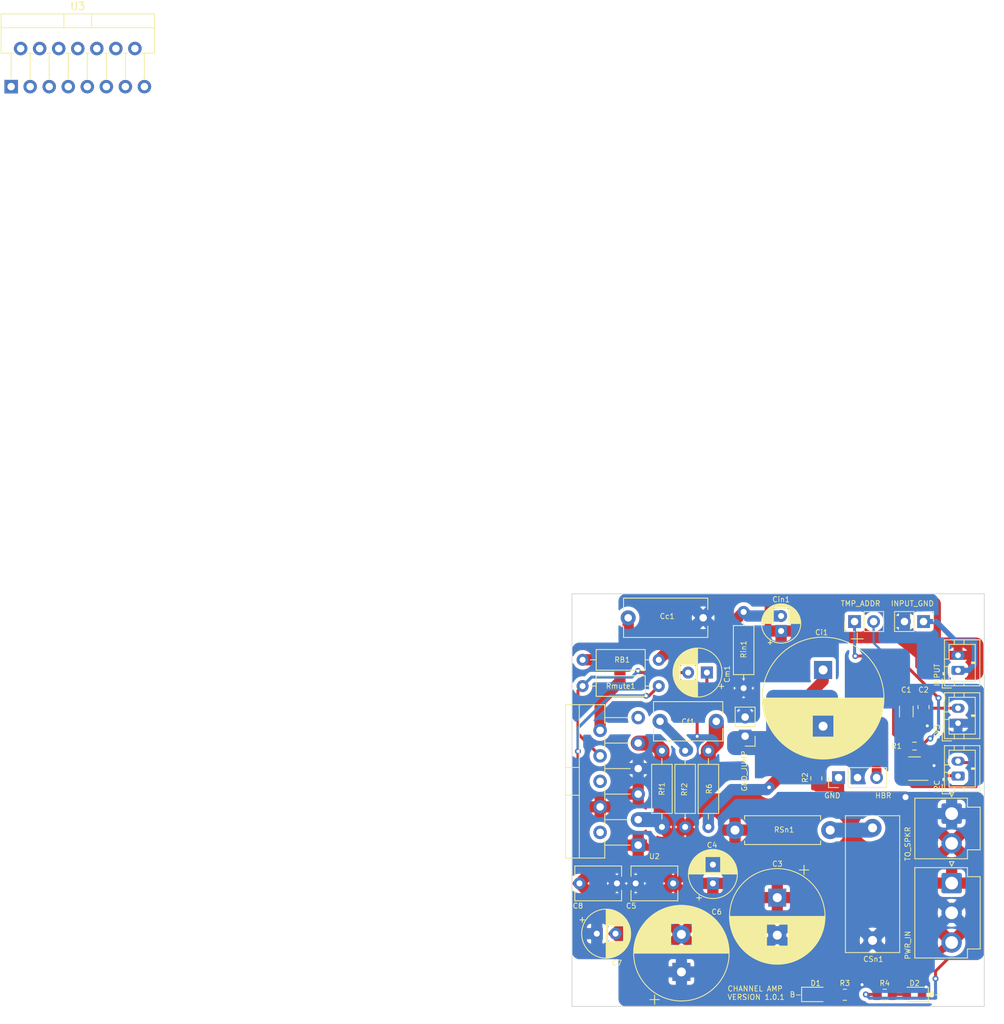
<source format=kicad_pcb>
(kicad_pcb (version 20221018) (generator pcbnew)
  (layers (0 "F.Cu" signal) (31 "B.Cu" signal) (34 "B.Paste" user) (35 "F.Paste" user) (36 "B.SilkS" user "B.Silkscreen") (37 "F.SilkS" user "F.Silkscreen") (38 "B.Mask" user) (39 "F.Mask" user) (44 "Edge.Cuts" user))
  (net 0 "")
  (net 1 "Net-(U2-+)")
  (net 2 "Net-(Cf1-Pad1)")
  (net 3 "CH1-IN")
  (net 4 "Net-(Ci1-Pad1)")
  (net 5 "VP")
  (net 6 "VM")
  (net 7 "CH1-OUT")
  (net 8 "INPUTGND")
  (net 9 "PGND")
  (net 10 "Net-(U2-MUTE)")
  (net 11 "Net-(CSn1-Pad2)")
  (net 12 "Net-(D1-A)")
  (net 13 "Net-(D2-A)")
  (net 14 "Net-(Cin1-Pad2)")
  (net 15 "DGND")
  (net 16 "3V3")
  (net 17 "ADD1")
  (net 18 "SIGGND")
  (net 19 "SCL")
  (net 20 "SDA")
  (net 21 "Net-(J5-Pin_3)")
  (net 25 "CH1GND")
  (net 26 "OPAMP_NEG")
  (footprint "Resistor_THT:R_Axial_DIN0207_L6.3mm_D2.5mm_P10.16mm_Horizontal" (layer "F.Cu") (at 94.5 98.37 -90)
    (fp_text reference "R6" (at 5.08 -0.1 90 unlocked) (layer "F.SilkS") (effects (font (size 0.7 0.7) (thickness 0.1))))
    (fp_text value "1.0K")
    (pad "1" thru_hole circle (at 0 0 270) (size 1.6 1.6) (drill 0.8) (layers "*.Cu" "*.Mask") (net 26 "OPAMP_NEG"))
    (pad "2" thru_hole oval (at 10.16 0 270) (size 1.6 1.6) (drill 0.8) (layers "*.Cu" "*.Mask") (net 4 "Net-(Ci1-Pad1)"))
  )
  (footprint "Capacitor_THT:CP_Radial_D6.3mm_P2.50mm" (layer "F.Cu") (at 79.612621 122.75)
    (fp_text reference "C7" (at 2.687379 3.9 unlocked) (layer "F.SilkS") (effects (font (size 0.7 0.7) (thickness 0.1))))
    (fp_text value "47U 50V")
    (pad "1" thru_hole rect (at 0 0) (size 1.6 1.6) (drill 0.8) (layers "*.Cu" "*.Mask") (net 9 "PGND"))
    (pad "2" thru_hole circle (at 2.5 0) (size 1.6 1.6) (drill 0.8) (layers "*.Cu" "*.Mask") (net 6 "VM"))
  )
  (footprint "Resistor_SMD:R_0805_2012Metric_Pad1.20x1.40mm_HandSolder" (layer "F.Cu") (at 108.9 102.05 -90)
    (fp_text reference "R2" (at -0.1 1.5 90 unlocked) (layer "F.SilkS") (effects (font (size 0.7 0.7) (thickness 0.1))))
    (fp_text value "100R")
    (pad "1" smd roundrect (at -1 0 270) (size 1.2 1.4) (layers "F.Cu" "F.Paste" "F.Mask") (roundrect_rratio 0.208333) (net 21 "Net-(J5-Pin_3)"))
    (pad "2" smd roundrect (at 1 0 270) (size 1.2 1.4) (layers "F.Cu" "F.Paste" "F.Mask") (roundrect_rratio 0.208333) (net 9 "PGND"))
  )
  (footprint "Capacitor_THT:C_Disc_D11.0mm_W5.0mm_P10.00mm" (layer "F.Cu") (at 83.8 80.65)
    (fp_text reference "Cc1" (at 5.2 -0.2 unlocked) (layer "F.SilkS") (effects (font (size 0.7 0.7) (thickness 0.1))))
    (fp_text value "680P")
    (pad "1" thru_hole circle (at 0 0) (size 2 2) (drill 1) (layers "*.Cu" "*.Mask") (net 1 "Net-(U2-+)"))
    (pad "2" thru_hole circle (at 10 0) (size 2 2) (drill 1) (layers "*.Cu" "*.Mask") (net 8 "INPUTGND"))
  )
  (footprint "Resistor_SMD:R_0805_2012Metric_Pad1.20x1.40mm_HandSolder" (layer "F.Cu") (at 118.025 130.895 180)
    (fp_text reference "R4" (at 0 1.545 unlocked) (layer "F.SilkS") (effects (font (size 0.7 0.7) (thickness 0.1))))
    (fp_text value "9.1K")
    (pad "1" smd roundrect (at -1 0 180) (size 1.2 1.4) (layers "F.Cu" "F.Paste" "F.Mask") (roundrect_rratio 0.208333) (net 13 "Net-(D2-A)"))
    (pad "2" smd roundrect (at 1 0 180) (size 1.2 1.4) (layers "F.Cu" "F.Paste" "F.Mask") (roundrect_rratio 0.208333) (net 5 "VP"))
  )
  (footprint "Capacitor_THT:CP_Radial_D6.3mm_P2.50mm" (layer "F.Cu") (at 95.1 116.05 90)
    (fp_text reference "C4" (at 5.1 -0.1 unlocked) (layer "F.SilkS") (effects (font (size 0.7 0.7) (thickness 0.1))))
    (fp_text value "47U 50V")
    (pad "1" thru_hole rect (at 0 0 90) (size 1.6 1.6) (drill 0.8) (layers "*.Cu" "*.Mask") (net 5 "VP"))
    (pad "2" thru_hole circle (at 2.5 0 90) (size 1.6 1.6) (drill 0.8) (layers "*.Cu" "*.Mask") (net 9 "PGND"))
  )
  (footprint "Capacitor_THT:CP_Radial_D16.0mm_P7.50mm" (layer "F.Cu") (at 109.8 87.6 -90)
    (fp_text reference "Ci1" (at -5 0.2 unlocked) (layer "F.SilkS") (effects (font (size 0.7 0.7) (thickness 0.1))))
    (fp_text value "1000U 35V")
    (pad "1" thru_hole rect (at 0 0 270) (size 2.4 2.4) (drill 1.2) (layers "*.Cu" "*.Mask") (net 4 "Net-(Ci1-Pad1)"))
    (pad "2" thru_hole circle (at 7.5 0 270) (size 2.4 2.4) (drill 1.2) (layers "*.Cu" "*.Mask") (net 18 "SIGGND"))
  )
  (footprint "MountingHole:MountingHole_3mm" (layer "F.Cu") (at 128.8 129.95)
    (fp_text reference "H2" hide)
    (fp_text value "MountingHole")
    (pad "" np_thru_hole circle (at 0 0) (size 3 3) (drill 3) (layers "*.Cu" "*.Mask"))
  )
  (footprint "Capacitor_THT:C_Disc_D6.0mm_W4.4mm_P5.00mm" (layer "F.Cu") (at 89.8 116.05 180)
    (fp_text reference "C5" (at 5.6 -3 unlocked) (layer "F.SilkS") (effects (font (size 0.7 0.7) (thickness 0.1))))
    (fp_text value "4.7U X7R 50V")
    (pad "1" thru_hole circle (at 0 0 180) (size 1.6 1.6) (drill 0.8) (layers "*.Cu" "*.Mask") (net 5 "VP"))
    (pad "2" thru_hole circle (at 5 0 180) (size 1.6 1.6) (drill 0.8) (layers "*.Cu" "*.Mask") (net 9 "PGND"))
  )
  (footprint "Package_TO_SOT_SMD:SOT-23-6" (layer "F.Cu") (at 122 100.75 180)
    (fp_text reference "U1" hide)
    (fp_text value "TMP100")
    (pad "1" smd roundrect (at -1.1375 -0.95 180) (size 1.325 0.6) (layers "F.Cu" "F.Paste" "F.Mask") (net 19 "SCL"))
    (pad "2" smd roundrect (at -1.1375 0 180) (size 1.325 0.6) (layers "F.Cu" "F.Paste" "F.Mask") (net 15 "DGND"))
    (pad "3" smd roundrect (at -1.1375 0.95 180) (size 1.325 0.6) (layers "F.Cu" "F.Paste" "F.Mask") (net 17 "ADD1"))
    (pad "4" smd roundrect (at 1.1375 0.95 180) (size 1.325 0.6) (layers "F.Cu" "F.Paste" "F.Mask") (net 16 "3V3"))
    (pad "5" smd roundrect (at 1.1375 0 180) (size 1.325 0.6) (layers "F.Cu" "F.Paste" "F.Mask") (net 16 "3V3"))
    (pad "6" smd roundrect (at 1.1375 -0.95 180) (size 1.325 0.6) (layers "F.Cu" "F.Paste" "F.Mask") (net 20 "SDA"))
  )
  (footprint "Connector_JST:JST_PH_B2B-PH-K_1x02_P2.00mm_Vertical" (layer "F.Cu") (at 127.8 87.65 90)
    (fp_text reference "J9" hide)
    (fp_text value "Conn_01x02_Male")
    (pad "1" thru_hole roundrect (at 0 0 90) (size 1.2 1.75) (drill 0.75) (layers "*.Cu" "*.Mask") (roundrect_rratio 0.208333) (net 25 "CH1GND"))
    (pad "2" thru_hole oval (at 2 0 90) (size 1.2 1.75) (drill 0.75) (layers "*.Cu" "*.Mask") (net 3 "CH1-IN"))
  )
  (footprint "Resistor_THT:R_Axial_DIN0207_L6.3mm_D2.5mm_P10.16mm_Horizontal" (layer "F.Cu") (at 87.88 86.25 180)
    (fp_text reference "RB1" (at 4.88 0 unlocked) (layer "F.SilkS") (effects (font (size 0.7 0.7) (thickness 0.1))))
    (fp_text value "1.2K")
    (pad "1" thru_hole circle (at 0 0 180) (size 1.6 1.6) (drill 0.8) (layers "*.Cu" "*.Mask") (net 14 "Net-(Cin1-Pad2)"))
    (pad "2" thru_hole oval (at 10.16 0 180) (size 1.6 1.6) (drill 0.8) (layers "*.Cu" "*.Mask") (net 1 "Net-(U2-+)"))
  )
  (footprint "Connector_JST:JST_VH_B3P-VH-B_1x03_P3.96mm_Vertical" (layer "F.Cu") (at 126.95 116.0125 -90)
    (fp_text reference "J8" hide)
    (fp_text value "Conn_01x03_Male")
    (pad "1" thru_hole roundrect (at 0 0 270) (size 2.7 2.7) (drill 1.7) (layers "*.Cu" "*.Mask") (roundrect_rratio 0.092593) (net 5 "VP"))
    (pad "2" thru_hole circle (at 3.96 0 270) (size 2.7 2.7) (drill 1.7) (layers "*.Cu" "*.Mask") (net 9 "PGND"))
    (pad "3" thru_hole circle (at 7.92 0 270) (size 2.7 2.7) (drill 1.7) (layers "*.Cu" "*.Mask") (net 6 "VM"))
  )
  (footprint "Connector_JST:JST_PH_B2B-PH-K_1x02_P2.00mm_Vertical" (layer "F.Cu") (at 127.8 101.75 90)
    (fp_text reference "J4" hide)
    (fp_text value "Conn_01x02_Male")
    (pad "1" thru_hole roundrect (at 0 0 90) (size 1.2 1.75) (drill 0.75) (layers "*.Cu" "*.Mask") (roundrect_rratio 0.208333) (net 19 "SCL"))
    (pad "2" thru_hole oval (at 2 0 90) (size 1.2 1.75) (drill 0.75) (layers "*.Cu" "*.Mask") (net 20 "SDA"))
  )
  (footprint "Resistor_THT:R_Axial_DIN0411_L9.9mm_D3.6mm_P12.70mm_Horizontal" (layer "F.Cu") (at 110.75 108.95 180)
    (fp_text reference "RSn1" (at 6.15 0.05 unlocked) (layer "F.SilkS") (effects (font (size 0.7 0.7) (thickness 0.1))))
    (fp_text value "4R7")
    (pad "1" thru_hole circle (at 0 0 180) (size 2.4 2.4) (drill 1.2) (layers "*.Cu" "*.Mask") (net 11 "Net-(CSn1-Pad2)"))
    (pad "2" thru_hole oval (at 12.7 0 180) (size 2.4 2.4) (drill 1.2) (layers "*.Cu" "*.Mask") (net 7 "CH1-OUT"))
  )
  (footprint "Connector_PinHeader_2.54mm:PinHeader_1x02_P2.54mm_Vertical" (layer "F.Cu") (at 123.2 81.15 -90)
    (fp_text reference "J3" hide)
    (fp_text value "Conn_01x02_Male")
    (pad "1" thru_hole rect (at 0 0 270) (size 1.7 1.7) (drill 1) (layers "*.Cu" "*.Mask") (net 25 "CH1GND"))
    (pad "2" thru_hole oval (at 0 2.54 270) (size 1.7 1.7) (drill 1) (layers "*.Cu" "*.Mask") (net 8 "INPUTGND"))
  )
  (footprint "Capacitor_THT:C_Disc_D6.0mm_W4.4mm_P5.00mm" (layer "F.Cu") (at 82.3 116.05 180)
    (fp_text reference "C8" (at 5.2 -3 unlocked) (layer "F.SilkS") (effects (font (size 0.7 0.7) (thickness 0.1))))
    (fp_text value "4.7U X74 50V")
    (pad "1" thru_hole circle (at 0 0 180) (size 1.6 1.6) (drill 0.8) (layers "*.Cu" "*.Mask") (net 9 "PGND"))
    (pad "2" thru_hole circle (at 5 0 180) (size 1.6 1.6) (drill 0.8) (layers "*.Cu" "*.Mask") (net 6 "VM"))
  )
  (footprint "Resistor_SMD:R_1206_3216Metric_Pad1.30x1.75mm_HandSolder" (layer "F.Cu") (at 120.9 93.15 90)
    (fp_text reference "C1" (at 2.9 0 unlocked) (layer "F.SilkS") (effects (font (size 0.7 0.7) (thickness 0.1))))
    (fp_text value "10U")
    (pad "1" smd roundrect (at -1.55 0 90) (size 1.3 1.75) (layers "F.Cu" "F.Paste" "F.Mask") (roundrect_rratio 0.192308) (net 15 "DGND"))
    (pad "2" smd roundrect (at 1.55 0 90) (size 1.3 1.75) (layers "F.Cu" "F.Paste" "F.Mask") (roundrect_rratio 0.192308) (net 16 "3V3"))
  )
  (footprint "MountingHole:MountingHole_3mm" (layer "F.Cu") (at 78.8 79.95)
    (fp_text reference "H3" hide)
    (fp_text value "MountingHole")
    (pad "" np_thru_hole circle (at 0 0) (size 3 3) (drill 3) (layers "*.Cu" "*.Mask"))
  )
  (footprint "Package_TO_SOT_THT:TO-220-11_P3.4x5.08mm_StaggerOdd_Lead4.85mm_Vertical" (layer "F.Cu") (at 85.135 110.95 90)
    (fp_text reference "U2" (at -1.5 2.165 unlocked) (layer "F.SilkS") (effects (font (size 0.7 0.7) (thickness 0.1))))
    (fp_text value "LM3886")
    (pad "1" thru_hole rect (at 0 0 90) (size 1.8 1.8) (drill 1) (layers "*.Cu" "*.Mask") (net 5 "VP"))
    (pad "2" thru_hole oval (at 1.7 -5.08 90) (size 1.8 1.8) (drill 1) (layers "*.Cu" "*.Mask"))
    (pad "3" thru_hole oval (at 3.4 0 90) (size 1.8 1.8) (drill 1) (layers "*.Cu" "*.Mask") (net 7 "CH1-OUT"))
    (pad "4" thru_hole oval (at 5.1 -5.08 90) (size 1.8 1.8) (drill 1) (layers "*.Cu" "*.Mask") (net 6 "VM"))
    (pad "5" thru_hole oval (at 6.8 0 90) (size 1.8 1.8) (drill 1) (layers "*.Cu" "*.Mask") (net 5 "VP"))
    (pad "6" thru_hole oval (at 8.5 -5.08 90) (size 1.8 1.8) (drill 1) (layers "*.Cu" "*.Mask"))
    (pad "7" thru_hole oval (at 10.2 0 90) (size 1.8 1.8) (drill 1) (layers "*.Cu" "*.Mask") (net 9 "PGND"))
    (pad "8" thru_hole oval (at 11.9 -5.08 90) (size 1.8 1.8) (drill 1) (layers "*.Cu" "*.Mask") (net 10 "Net-(U2-MUTE)"))
    (pad "9" thru_hole oval (at 13.6 0 90) (size 1.8 1.8) (drill 1) (layers "*.Cu" "*.Mask") (net 26 "OPAMP_NEG"))
    (pad "10" thru_hole oval (at 15.3 -5.08 90) (size 1.8 1.8) (drill 1) (layers "*.Cu" "*.Mask") (net 1 "Net-(U2-+)"))
    (pad "11" thru_hole oval (at 17 0 90) (size 1.8 1.8) (drill 1) (layers "*.Cu" "*.Mask"))
  )
  (footprint "Capacitor_THT:CP_Radial_D5.0mm_P2.00mm" (layer "F.Cu") (at 104.2 82.410113 90)
    (fp_text reference "Cin1" (at 4.2 0 unlocked) (layer "F.SilkS") (effects (font (size 0.7 0.7) (thickness 0.1))))
    (fp_text value "10UF")
    (pad "1" thru_hole rect (at 0 0 90) (size 1.6 1.6) (drill 0.8) (layers "*.Cu" "*.Mask") (net 3 "CH1-IN"))
    (pad "2" thru_hole circle (at 2 0 90) (size 1.6 1.6) (drill 0.8) (layers "*.Cu" "*.Mask") (net 14 "Net-(Cin1-Pad2)"))
  )
  (footprint "Connector_PinHeader_2.54mm:PinHeader_1x03_P2.54mm_Vertical" (layer "F.Cu") (at 111.86 101.95 90)
    (fp_text reference "J5" hide)
    (fp_text value "Conn_01x03_Male")
    (pad "1" thru_hole rect (at 0 0 90) (size 1.7 1.7) (drill 1) (layers "*.Cu" "*.Mask") (net 9 "PGND"))
    (pad "2" thru_hole oval (at 0 2.54 90) (size 1.7 1.7) (drill 1) (layers "*.Cu" "*.Mask") (net 18 "SIGGND"))
    (pad "3" thru_hole oval (at 0 5.08 90) (size 1.7 1.7) (drill 1) (layers "*.Cu" "*.Mask") (net 21 "Net-(J5-Pin_3)"))
  )
  (footprint "Capacitor_THT:C_Rect_L18.0mm_W7.0mm_P15.00mm_FKS3_FKP3" (layer "F.Cu") (at 116.4 123.65 90)
    (fp_text reference "CSn1" (at -2.5 0.1 unlocked) (layer "F.SilkS") (effects (font (size 0.7 0.7) (thickness 0.1))))
    (fp_text value " 220N PP 100V")
    (pad "1" thru_hole circle (at 0 0 90) (size 2.4 2.4) (drill 1.2) (layers "*.Cu" "*.Mask") (net 9 "PGND"))
    (pad "2" thru_hole circle (at 15 0 90) (size 2.4 2.4) (drill 1.2) (layers "*.Cu" "*.Mask") (net 11 "Net-(CSn1-Pad2)"))
  )
  (footprint "Resistor_SMD:R_0805_2012Metric_Pad1.20x1.40mm_HandSolder" (layer "F.Cu") (at 112.7 130.895)
    (fp_text reference "R3" (at 0 -1.545 unlocked) (layer "F.SilkS") (effects (font (size 0.7 0.7) (thickness 0.1))))
    (fp_text value "9.1K")
    (pad "1" smd roundrect (at -1 0) (size 1.2 1.4) (layers "F.Cu" "F.Paste" "F.Mask") (roundrect_rratio 0.208333) (net 12 "Net-(D1-A)"))
    (pad "2" smd roundrect (at 1 0) (size 1.2 1.4) (layers "F.Cu" "F.Paste" "F.Mask") (roundrect_rratio 0.208333) (net 9 "PGND"))
  )
  (footprint "Resistor_SMD:R_0603_1608Metric_Pad0.98x0.95mm_HandSolder" (layer "F.Cu") (at 122 97.75)
    (fp_text reference "R1" (at -2.4 0 unlocked) (layer "F.SilkS") (effects (font (size 0.7 0.7) (thickness 0.1))))
    (fp_text value "4.7K")
    (pad "1" smd roundrect (at -0.9125 0) (size 0.975 0.95) (layers "F.Cu" "F.Paste" "F.Mask") (net 16 "3V3"))
    (pad "2" smd roundrect (at 0.9125 0) (size 0.975 0.95) (layers "F.Cu" "F.Paste" "F.Mask") (net 17 "ADD1"))
  )
  (footprint "Connector_JST:JST_PH_B2B-PH-K_1x02_P2.00mm_Vertical" (layer "F.Cu") (at 127.8 94.7 90)
    (fp_text reference "J1" hide)
    (fp_text value "Conn_01x02_Male")
    (pad "1" thru_hole roundrect (at 0 0 90) (size 1.2 1.75) (drill 0.75) (layers "*.Cu" "*.Mask") (roundrect_rratio 0.208333) (net 15 "DGND"))
    (pad "2" thru_hole oval (at 2 0 90) (size 1.2 1.75) (drill 0.75) (layers "*.Cu" "*.Mask") (net 16 "3V3"))
  )
  (footprint "MountingHole:MountingHole_3mm" (layer "F.Cu") (at 128.8 79.95)
    (fp_text reference "H1" hide)
    (fp_text value "MountingHole")
    (pad "" np_thru_hole circle (at 0 0) (size 3 3) (drill 3) (layers "*.Cu" "*.Mask"))
  )
  (footprint "Resistor_THT:R_Axial_DIN0207_L6.3mm_D2.5mm_P10.16mm_Horizontal" (layer "F.Cu") (at 77.72 89.75)
    (fp_text reference "Rmute1" (at 5.08 0 unlocked) (layer "F.SilkS") (effects (font (size 0.7 0.7) (thickness 0.1))))
    (fp_text value "38.6K")
    (pad "1" thru_hole circle (at 0 0) (size 1.6 1.6) (drill 0.8) (layers "*.Cu" "*.Mask") (net 10 "Net-(U2-MUTE)"))
    (pad "2" thru_hole oval (at 10.16 0) (size 1.6 1.6) (drill 0.8) (layers "*.Cu" "*.Mask") (net 6 "VM"))
  )
  (footprint "Connector_JST:JST_VH_B2P-VH_1x02_P3.96mm_Vertical" (layer "F.Cu") (at 126.95 106.75 -90)
    (fp_text reference "J6" hide)
    (fp_text value "Conn_01x02_Male")
    (pad "1" thru_hole roundrect (at 0 0 270) (size 2.7 2.7) (drill 1.7) (layers "*.Cu" "*.Mask") (roundrect_rratio 0.092593) (net 9 "PGND"))
    (pad "2" thru_hole circle (at 3.96 0 270) (size 2.7 2.7) (drill 1.7) (layers "*.Cu" "*.Mask") (net 7 "CH1-OUT"))
  )
  (footprint "LED_SMD:LED_0805_2012Metric_Pad1.15x1.40mm_HandSolder" (layer "F.Cu") (at 121.98 130.85 180)
    (fp_text reference "D2" (at -0.02 1.5 unlocked) (layer "F.SilkS") (effects (font (size 0.7 0.7) (thickness 0.1))))
    (fp_text value "BLUE")
    (pad "1" smd roundrect (at -1.025 0 180) (size 1.15 1.4) (layers "F.Cu" "F.Paste" "F.Mask") (roundrect_rratio 0.217391) (net 9 "PGND"))
    (pad "2" smd roundrect (at 1.025 0 180) (size 1.15 1.4) (layers "F.Cu" "F.Paste" "F.Mask") (roundrect_rratio 0.217391) (net 13 "Net-(D2-A)"))
  )
  (footprint "Connector_PinHeader_2.54mm:PinHeader_1x02_P2.54mm_Vertical" (layer "F.Cu") (at 114 81.15 90)
    (fp_text reference "J2" hide)
    (fp_text value "Conn_01x02_Male")
    (pad "1" thru_hole rect (at 0 0 90) (size 1.7 1.7) (drill 1) (layers "*.Cu" "*.Mask") (net 17 "ADD1"))
    (pad "2" thru_hole oval (at 0 2.54 90) (size 1.7 1.7) (drill 1) (layers "*.Cu" "*.Mask") (net 15 "DGND"))
  )
  (footprint "Resistor_THT:R_Axial_DIN0207_L6.3mm_D2.5mm_P10.16mm_Horizontal" (layer "F.Cu") (at 99.2 90.03 90)
    (fp_text reference "Rin1" (at 5.18 0 90 unlocked) (layer "F.SilkS") (effects (font (size 0.7 0.7) (thickness 0.1))))
    (fp_text value "20K")
    (pad "1" thru_hole circle (at 0 0 90) (size 1.6 1.6) (drill 0.8) (layers "*.Cu" "*.Mask") (net 8 "INPUTGND"))
    (pad "2" thru_hole oval (at 10.16 0 90) (size 1.6 1.6) (drill 0.8) (layers "*.Cu" "*.Mask") (net 14 "Net-(Cin1-Pad2)"))
  )
  (footprint "Capacitor_THT:CP_Radial_D6.3mm_P2.50mm" (layer "F.Cu") (at 94.3 87.95 180)
    (fp_text reference "Cm1" (at -2.7 -0.2 90 unlocked) (layer "F.SilkS") (effects (font (size 0.7 0.7) (thickness 0.1))))
    (fp_text value "47U 50V")
    (pad "1" thru_hole rect (at 0 0 180) (size 1.6 1.6) (drill 0.8) (layers "*.Cu" "*.Mask") (net 9 "PGND"))
    (pad "2" thru_hole circle (at 2.5 0 180) (size 1.6 1.6) (drill 0.8) (layers "*.Cu" "*.Mask") (net 10 "Net-(U2-MUTE)"))
  )
  (footprint "Resistor_SMD:R_0805_2012Metric_Pad1.20x1.40mm_HandSolder" (layer "F.Cu") (at 123.2 92.55 90)
    (fp_text reference "C2" (at 2.3 0 unlocked) (layer "F.SilkS") (effects (font (size 0.7 0.7) (thickness 0.1))))
    (fp_text value "100N")
    (pad "1" smd roundrect (at -1 0 90) (size 1.2 1.4) (layers "F.Cu" "F.Paste" "F.Mask") (roundrect_rratio 0.208333) (net 15 "DGND"))
    (pad "2" smd roundrect (at 1 0 90) (size 1.2 1.4) (layers "F.Cu" "F.Paste" "F.Mask") (roundrect_rratio 0.208333) (net 16 "3V3"))
  )
  (footprint "Capacitor_THT:C_Disc_D9.0mm_W5.0mm_P7.50mm" (layer "F.Cu") (at 88.05 94.45)
    (fp_text reference "Cf1" (at 3.75 0.05 unlocked) (layer "F.SilkS") (effects (font (size 0.7 0.7) (thickness 0.1))))
    (fp_text value "47P")
    (pad "1" thru_hole circle (at 0 0) (size 2 2) (drill 1) (layers "*.Cu" "*.Mask") (net 2 "Net-(Cf1-Pad1)"))
    (pad "2" thru_hole circle (at 7.5 0) (size 2 2) (drill 1) (layers "*.Cu" "*.Mask") (net 26 "OPAMP_NEG"))
  )
  (footprint "Capacitor_THT:CP_Radial_D12.5mm_P5.00mm" (layer "F.Cu") (at 103.6875 117.95 -90)
    (fp_text reference "C3" (at -4.5 -0.0175 unlocked) (layer "F.SilkS") (effects (font (size 0.7 0.7) (thickness 0.1))))
    (fp_text value "1000U 50V")
    (pad "1" thru_hole rect (at 0 0 270) (size 2.4 2.4) (drill 1.2) (layers "*.Cu" "*.Mask") (net 5 "VP"))
    (pad "2" thru_hole circle (at 5 0 270) (size 2.4 2.4) (drill 1.2) (layers "*.Cu" "*.Mask") (net 9 "PGND"))
  )
  (footprint "MountingHole:MountingHole_3mm" (layer "F.Cu") (at 78.8 129.95)
    (fp_text reference "H4" hide)
    (fp_text value "MountingHole")
    (pad "" np_thru_hole circle (at 0 0) (size 3 3) (drill 3) (layers "*.Cu" "*.Mask"))
  )
  (footprint "Resistor_THT:R_Axial_DIN0207_L6.3mm_D2.5mm_P10.16mm_Horizontal" (layer "F.Cu") (at 91.4 108.53 90)
    (fp_text reference "Rf2" (at 5 -0.1 90 unlocked) (layer "F.SilkS") (effects (font (size 0.7 0.7) (thickness 0.1))))
    (fp_text value "20K")
    (pad "1" thru_hole circle (at 0 0 90) (size 1.6 1.6) (drill 0.8) (layers "*.Cu" "*.Mask") (net 7 "CH1-OUT"))
    (pad "2" thru_hole oval (at 10.16 0 90) (size 1.6 1.6) (drill 0.8) (layers "*.Cu" "*.Mask") (net 2 "Net-(Cf1-Pad1)"))
  )
  (footprint "Package_TO_SOT_THT:TO-220-15_P2.54x2.54mm_StaggerOdd_Lead4.58mm_Vertical" (layer "F.Cu") (at 1.485 9.855)
    (fp_text reference "U3" (at 8.89 -10.7) (layer "F.SilkS"))
    (fp_text value "LM4766")
    (pad "1" thru_hole rect (at 0 0) (size 1.8 1.8) (drill 1) (layers "*.Cu" "*.Mask"))
    (pad "2" thru_hole oval (at 1.27 -5.08) (size 1.8 1.8) (drill 1) (layers "*.Cu" "*.Mask"))
    (pad "3" thru_hole oval (at 2.54 0) (size 1.8 1.8) (drill 1) (layers "*.Cu" "*.Mask"))
    (pad "4" thru_hole oval (at 3.81 -5.08) (size 1.8 1.8) (drill 1) (layers "*.Cu" "*.Mask"))
    (pad "5" thru_hole oval (at 5.08 0) (size 1.8 1.8) (drill 1) (layers "*.Cu" "*.Mask"))
    (pad "6" thru_hole oval (at 6.35 -5.08) (size 1.8 1.8) (drill 1) (layers "*.Cu" "*.Mask"))
    (pad "7" thru_hole oval (at 7.62 0) (size 1.8 1.8) (drill 1) (layers "*.Cu" "*.Mask"))
    (pad "8" thru_hole oval (at 8.89 -5.08) (size 1.8 1.8) (drill 1) (layers "*.Cu" "*.Mask"))
    (pad "9" thru_hole oval (at 10.16 0) (size 1.8 1.8) (drill 1) (layers "*.Cu" "*.Mask"))
    (pad "10" thru_hole oval (at 11.43 -5.08) (size 1.8 1.8) (drill 1) (layers "*.Cu" "*.Mask"))
    (pad "11" thru_hole oval (at 12.7 0) (size 1.8 1.8) (drill 1) (layers "*.Cu" "*.Mask"))
    (pad "12" thru_hole oval (at 13.97 -5.08) (size 1.8 1.8) (drill 1) (layers "*.Cu" "*.Mask"))
    (pad "13" thru_hole oval (at 15.24 0) (size 1.8 1.8) (drill 1) (layers "*.Cu" "*.Mask"))
    (pad "14" thru_hole oval (at 16.51 -5.08) (size 1.8 1.8) (drill 1) (layers "*.Cu" "*.Mask"))
    (pad "15" thru_hole oval (at 17.78 0) (size 1.8 1.8) (drill 1) (layers "*.Cu" "*.Mask"))
  )
  (footprint "Resistor_THT:R_Axial_DIN0207_L6.3mm_D2.5mm_P10.16mm_Horizontal" (layer "F.Cu") (at 88.3 108.53 90)
    (fp_text reference "Rf1" (at 5.08 0 90 unlocked) (layer "F.SilkS") (effects (font (size 0.7 0.7) (thickness 0.1))))
    (fp_text value "20K")
    (pad "1" thru_hole circle (at 0 0 90) (size 1.6 1.6) (drill 0.8) (layers "*.Cu" "*.Mask") (net 7 "CH1-OUT"))
    (pad "2" thru_hole oval (at 10.16 0 90) (size 1.6 1.6) (drill 0.8) (layers "*.Cu" "*.Mask") (net 26 "OPAMP_NEG"))
  )
  (footprint "Connector_PinHeader_2.54mm:PinHeader_1x02_P2.54mm_Vertical" (layer "F.Cu") (at 99.4 96.425 180)
    (fp_text reference "J7" hide)
    (fp_text value "Conn_01x02_Male")
    (pad "1" thru_hole rect (at 0 0 180) (size 1.7 1.7) (drill 1) (layers "*.Cu" "*.Mask") (net 18 "SIGGND"))
    (pad "2" thru_hole oval (at 0 2.54 180) (size 1.7 1.7) (drill 1) (layers "*.Cu" "*.Mask") (net 8 "INPUTGND"))
  )
  (footprint "LED_SMD:LED_0805_2012Metric_Pad1.15x1.40mm_HandSolder" (layer "F.Cu") (at 108.8 130.85)
    (fp_text reference "D1" (at 0 -1.5 unlocked) (layer "F.SilkS") (effects (font (size 0.7 0.7) (thickness 0.1))))
    (fp_text value "YELLOW")
    (pad "1" smd roundrect (at -1.025 0) (size 1.15 1.4) (layers "F.Cu" "F.Paste" "F.Mask") (roundrect_rratio 0.217391) (net 6 "VM"))
    (pad "2" smd roundrect (at 1.025 0) (size 1.15 1.4) (layers "F.Cu" "F.Paste" "F.Mask") (roundrect_rratio 0.217391) (net 12 "Net-(D1-A)"))
  )
  (footprint "Capacitor_THT:CP_Radial_D12.5mm_P5.00mm" (layer "F.Cu") (at 90.9 127.85 90)
    (fp_text reference "C6" (at 8 4.7 unlocked) (layer "F.SilkS") (effects (font (size 0.7 0.7) (thickness 0.1))))
    (fp_text value "1000U 50V")
    (pad "1" thru_hole rect (at 0 0 90) (size 2.4 2.4) (drill 1.2) (layers "*.Cu" "*.Mask") (net 9 "PGND"))
    (pad "2" thru_hole circle (at 5 0 90) (size 2.4 2.4) (drill 1.2) (layers "*.Cu" "*.Mask") (net 6 "VM"))
  )
  (gr_line (start 131.3 77.45) (end 131.3 132.45) (stroke (width 0.1)) (layer "Edge.Cuts"))
  (gr_line (start 76.3 77.45) (end 76.3 132.45) (stroke (width 0.1)) (layer "Edge.Cuts"))
  (gr_line (start 76.3 77.45) (end 131.3 77.45) (stroke (width 0.1)) (layer "Edge.Cuts"))
  (gr_line (start 76.3 132.45) (end 131.3 132.45) (stroke (width 0.1)) (layer "Edge.Cuts"))
  (gr_text "GND" (at 109.9 104.35) (layer "F.SilkS") (effects (font (size 0.7 0.7) (thickness 0.1)) (justify left)))
  (gr_text "3V3" (at 125 96.85 90) (layer "F.SilkS") (effects (font (size 0.7 0.7) (thickness 0.1)) (justify left)))
  (gr_text "INPUT_GND" (at 118.8 78.75) (layer "F.SilkS") (effects (font (size 0.7 0.7) (thickness 0.1)) (justify left)))
  (gr_text "HBR\n" (at 116.7 104.35) (layer "F.SilkS") (effects (font (size 0.7 0.7) (thickness 0.1)) (justify left)))
  (gr_text "TO_SPKR" (at 121.1 113.136801 90) (layer "F.SilkS") (effects (font (size 0.7 0.7) (thickness 0.1)) (justify left)))
  (gr_text "B+" (at 123.88 130.865) (layer "F.SilkS") (effects (font (size 0.7 0.7) (thickness 0.1)) (justify left)))
  (gr_text "I2C" (at 125 104.05 90) (layer "F.SilkS") (effects (font (size 0.7 0.7) (thickness 0.1)) (justify left)))
  (gr_text "PWR_IN\n" (at 121.1 126.25 90) (layer "F.SilkS") (effects (font (size 0.7 0.7) (thickness 0.1)) (justify left)))
  (gr_text "GND_JUMP" (at 99.3 103.85 90) (layer "F.SilkS") (effects (font (size 0.7 0.7) (thickness 0.1)) (justify left)))
  (gr_text "CHANNEL AMP\nVERSION 1.0.1" (at 97 130.65) (layer "F.SilkS") (effects (font (size 0.7 0.7) (thickness 0.1)) (justify left)))
  (gr_text "TMP_ADDR\n" (at 112.1 78.75) (layer "F.SilkS") (effects (font (size 0.7 0.7) (thickness 0.1)) (justify left)))
  (gr_text "B-" (at 105.3 130.865) (layer "F.SilkS") (effects (font (size 0.7 0.7) (thickness 0.1)) (justify left)))
  (gr_text "INPUT" (at 125 89.85 90) (layer "F.SilkS") (effects (font (size 0.7 0.7) (thickness 0.1)) (justify left)))
  (segment (start 80.055 95.65) (end 80.055 91.795) (width 1.5) (layer "F.Cu") (net 1))
  (segment (start 82.7 89.15) (end 82.7 86.25) (width 1.5) (layer "F.Cu") (net 1))
  (segment (start 80.055 91.795) (end 82.7 89.15) (width 1.5) (layer "F.Cu") (net 1))
  (segment (start 83.8 80.65) (end 83.8 85.15) (width 1.5) (layer "F.Cu") (net 1))
  (segment (start 82.7 86.25) (end 77.72 86.25) (width 1.5) (layer "F.Cu") (net 1))
  (segment (start 83.8 85.15) (end 82.7 86.25) (width 1.5) (layer "F.Cu") (net 1))
  (segment (start 91.8 98.2) (end 88.05 94.45) (width 1.3) (layer "B.Cu") (net 2))
  (segment (start 91.8 98.37) (end 91.8 98.2) (width 1.3) (layer "B.Cu") (net 2))
  (segment (start 102.6 103.25) (end 105.5 100.35) (width 1.5) (layer "F.Cu") (net 4))
  (segment (start 109.8 89.05) (end 109.8 87.6) (width 1.5) (layer "F.Cu") (net 4))
  (segment (start 105.5 93.35) (end 109.8 89.05) (width 1.5) (layer "F.Cu") (net 4))
  (segment (start 105.5 100.35) (end 105.5 93.35) (width 1.5) (layer "F.Cu") (net 4))
  (via (at 102.6 103.25) (size 1) (drill 0.5) (layers "F.Cu" "B.Cu") (net 4))
  (segment (start 97.6 103.55) (end 102.3 103.55) (width 1.5) (layer "B.Cu") (net 4))
  (segment (start 94.5 108.53) (end 94.5 106.65) (width 1.5) (layer "B.Cu") (net 4))
  (segment (start 94.5 106.65) (end 97.6 103.55) (width 1.5) (layer "B.Cu") (net 4))
  (segment (start 102.3 103.55) (end 102.6 103.25) (width 1.5) (layer "B.Cu") (net 4))
  (segment (start 130.4 116.05) (end 130.4 126.05) (width 0.4) (layer "F.Cu") (net 5))
  (segment (start 130.3625 116.0125) (end 130.4 116.05) (width 0.4) (layer "F.Cu") (net 5))
  (segment (start 126.5 126.05) (end 124.8 127.75) (width 0.4) (layer "F.Cu") (net 5))
  (segment (start 126.85 116.0125) (end 130.3625 116.0125) (width 0.4) (layer "F.Cu") (net 5))
  (segment (start 124.8 127.75) (end 124.8 128.75) (width 0.4) (layer "F.Cu") (net 5))
  (segment (start 130.4 126.05) (end 126.5 126.05) (width 0.4) (layer "F.Cu") (net 5))
  (segment (start 115.5 130.85) (end 116.98 130.85) (width 0.4) (layer "F.Cu") (net 5))
  (via (at 115.5 130.85) (size 0.8) (drill 0.4) (layers "F.Cu" "B.Cu") (net 5))
  (via (at 124.8 128.75) (size 0.8) (drill 0.4) (layers "F.Cu" "B.Cu") (net 5))
  (segment (start 124.8 131.35) (end 124.8 128.75) (width 0.4) (layer "B.Cu") (net 5))
  (segment (start 116 131.35) (end 115.5 130.85) (width 0.4) (layer "B.Cu") (net 5))
  (segment (start 124.8 131.35) (end 116 131.35) (width 0.4) (layer "B.Cu") (net 5))
  (segment (start 77.1 104.55) (end 77.8 105.25) (width 0.4) (layer "F.Cu") (net 6))
  (segment (start 77.1 98.45) (end 77.1 104.55) (width 0.4) (layer "F.Cu") (net 6))
  (segment (start 87.88 89.75) (end 86.58 91.05) (width 0.4) (layer "F.Cu") (net 6))
  (segment (start 107.775 130.85) (end 107.775 128.075) (width 0.4) (layer "F.Cu") (net 6))
  (segment (start 86.58 91.05) (end 86.2 91.05) (width 0.4) (layer "F.Cu") (net 6))
  (via (at 77.1 98.45) (size 0.8) (drill 0.4) (layers "F.Cu" "B.Cu") (net 6))
  (via (at 86.2 91.05) (size 0.8) (drill 0.4) (layers "F.Cu" "B.Cu") (net 6))
  (segment (start 77.1 95.35) (end 81.4 91.05) (width 0.4) (layer "B.Cu") (net 6))
  (segment (start 77.1 98.45) (end 77.1 95.35) (width 0.4) (layer "B.Cu") (net 6))
  (segment (start 81.4 91.05) (end 86.2 91.05) (width 0.4) (layer "B.Cu") (net 6))
  (segment (start 87.7 107.55) (end 85.135 107.55) (width 2) (layer "B.Cu") (net 7))
  (segment (start 88.3 108.15) (end 87.7 107.55) (width 2) (layer "B.Cu") (net 7))
  (segment (start 88.3 108.53) (end 88.3 108.15) (width 2) (layer "B.Cu") (net 7))
  (segment (start 111.86 104.01) (end 112.4 104.55) (width 1.5) (layer "F.Cu") (net 9))
  (segment (start 108.9 103.05) (end 109 103.15) (width 1.3) (layer "F.Cu") (net 9))
  (segment (start 111.86 101.95) (end 111.86 104.01) (width 1.5) (layer "F.Cu") (net 9))
  (segment (start 94.3 90.55) (end 93 91.85) (width 0.4) (layer "F.Cu") (net 9))
  (segment (start 93 91.85) (end 93 96.45) (width 0.4) (layer "F.Cu") (net 9))
  (segment (start 113.7 130.85) (end 115 129.55) (width 0.4) (layer "F.Cu") (net 9))
  (segment (start 123.005 130.391676) (end 123.547176 129.8495) (width 0.4) (layer "F.Cu") (net 9))
  (segment (start 111.86 102.69) (end 111.86 101.95) (width 1.3) (layer "F.Cu") (net 9))
  (segment (start 111.4 103.15) (end 111.86 102.69) (width 1.3) (layer "F.Cu") (net 9))
  (segment (start 94.3 87.95) (end 94.3 90.55) (width 0.4) (layer "F.Cu") (net 9))
  (segment (start 109 103.15) (end 111.4 103.15) (width 1.3) (layer "F.Cu") (net 9))
  (segment (start 112.4 104.55) (end 120.8 104.55) (width 1.5) (layer "F.Cu") (net 9))
  (via (at 123.547176 129.8495) (size 0.8) (drill 0.4) (layers "F.Cu" "B.Cu") (net 9))
  (via (at 115 129.55) (size 0.8) (drill 0.4) (layers "F.Cu" "B.Cu") (net 9))
  (via (at 120.8 104.55) (size 1) (drill 0.8) (layers "F.Cu" "B.Cu") (net 9))
  (via (at 93 96.45) (size 0.8) (drill 0.4) (layers "F.Cu" "B.Cu") (net 9))
  (segment (start 85.3 87.95) (end 85.1 87.75) (width 0.4) (layer "F.Cu") (net 10))
  (segment (start 80.055 99.05) (end 77.1 96.095) (width 0.4) (layer "F.Cu") (net 10))
  (segment (start 77.1 90.37) (end 77.72 89.75) (width 0.4) (layer "F.Cu") (net 10))
  (segment (start 77.1 96.095) (end 77.1 90.37) (width 0.4) (layer "F.Cu") (net 10))
  (segment (start 91.8 87.95) (end 85.3 87.95) (width 0.4) (layer "F.Cu") (net 10))
  (via (at 85.1 87.75) (size 0.8) (drill 0.4) (layers "F.Cu" "B.Cu") (net 10))
  (segment (start 78.92 88.55) (end 84.3 88.55) (width 0.4) (layer "B.Cu") (net 10))
  (segment (start 77.72 89.75) (end 78.92 88.55) (width 0.4) (layer "B.Cu") (net 10))
  (segment (start 84.3 88.55) (end 85.1 87.75) (width 0.4) (layer "B.Cu") (net 10))
  (segment (start 110.75 108.95) (end 116.1 108.95) (width 2) (layer "B.Cu") (net 11))
  (segment (start 116.1 108.95) (end 116.4 108.65) (width 2) (layer "B.Cu") (net 11))
  (segment (start 109.825 130.95) (end 111.655 130.95) (width 0.4) (layer "F.Cu") (net 12))
  (segment (start 120.955 130.85) (end 119.07 130.85) (width 0.4) (layer "F.Cu") (net 13))
  (segment (start 93.62 85.45) (end 88.679999 85.450001) (width 1.5) (layer "F.Cu") (net 14))
  (segment (start 99.2 79.87) (end 93.62 85.45) (width 1.5) (layer "F.Cu") (net 14))
  (segment (start 88.679999 85.450001) (end 87.88 86.25) (width 1.5) (layer "F.Cu") (net 14))
  (segment (start 99.740113 80.410113) (end 99.2 79.87) (width 1.5) (layer "B.Cu") (net 14))
  (segment (start 104.2 80.410113) (end 99.740113 80.410113) (width 1.5) (layer "B.Cu") (net 14))
  (segment (start 122.05 94.7) (end 123.2 93.55) (width 0.4) (layer "F.Cu") (net 15))
  (segment (start 123.2 94.55) (end 123.7 95.05) (width 0.4) (layer "F.Cu") (net 15))
  (segment (start 123.2 93.55) (end 123.2 94.55) (width 0.4) (layer "F.Cu") (net 15))
  (segment (start 123.1375 100.75) (end 124.2 100.75) (width 0.4) (layer "F.Cu") (net 15))
  (segment (start 120.9 94.7) (end 122.05 94.7) (width 0.4) (layer "F.Cu") (net 15))
  (segment (start 124.2 100.75) (end 124.6 100.35) (width 0.4) (layer "F.Cu") (net 15))
  (via (at 123.7 95.05) (size 0.8) (drill 0.4) (layers "F.Cu" "B.Cu") (net 15))
  (via (at 124.6 100.35) (size 0.8) (drill 0.4) (layers "F.Cu" "B.Cu") (net 15))
  (segment (start 116.54 83.99) (end 117.9 85.35) (width 0.3) (layer "B.Cu") (net 15))
  (segment (start 116.54 80.55) (end 116.54 83.99) (width 0.3) (layer "B.Cu") (net 15))
  (segment (start 124.35 92.7) (end 123.2 91.55) (width 0.4) (layer "F.Cu") (net 16))
  (segment (start 119.2 96.15) (end 120.8 97.75) (width 0.4) (layer "F.Cu") (net 16))
  (segment (start 120.45 91.6) (end 119.2 92.85) (width 0.4) (layer "F.Cu") (net 16))
  (segment (start 121.0875 99.575) (end 120.8625 99.8) (width 0.4) (layer "F.Cu") (net 16))
  (segment (start 120.8625 99.8) (end 120.8625 100.75) (width 0.4) (layer "F.Cu") (net 16))
  (segment (start 119.2 92.85) (end 119.2 96.15) (width 0.4) (layer "F.Cu") (net 16))
  (segment (start 127.8 92.7) (end 124.35 92.7) (width 0.4) (layer "F.Cu") (net 16))
  (segment (start 123.2 91.55) (end 120.95 91.55) (width 0.4) (layer "F.Cu") (net 16))
  (segment (start 121.0875 97.75) (end 121.0875 99.575) (width 0.4) (layer "F.Cu") (net 16))
  (segment (start 125.2 91.35) (end 119.6 85.75) (width 0.4) (layer "F.Cu") (net 17))
  (segment (start 122.9125 97.75) (end 122.9125 99.575) (width 0.4) (layer "F.Cu") (net 17))
  (segment (start 124.1 96.75) (end 123.9125 96.75) (width 0.4) (layer "F.Cu") (net 17))
  (segment (start 122.9125 99.575) (end 123.1375 99.8) (width 0.4) (layer "F.Cu") (net 17))
  (segment (start 123.9125 96.75) (end 122.9125 97.75) (width 0.4) (layer "F.Cu") (net 17))
  (segment (start 119.6 85.75) (end 114.1 85.75) (width 0.4) (layer "F.Cu") (net 17))
  (via (at 124.1 96.75) (size 0.8) (drill 0.4) (layers "F.Cu" "B.Cu") (net 17))
  (via (at 114.1 85.75) (size 0.8) (drill 0.4) (layers "F.Cu" "B.Cu") (net 17))
  (via (at 125.2 91.35) (size 0.8) (drill 0.4) (layers "F.Cu" "B.Cu") (net 17))
  (segment (start 114 85.65) (end 114.1 85.75) (width 0.4) (layer "B.Cu") (net 17))
  (segment (start 125.2 91.35) (end 125.2 95.65) (width 0.4) (layer "B.Cu") (net 17))
  (segment (start 125.2 95.65) (end 124.1 96.75) (width 0.4) (layer "B.Cu") (net 17))
  (segment (start 114 80.55) (end 114 85.65) (width 0.4) (layer "B.Cu") (net 17))
  (segment (start 123.1375 101.7) (end 127.65 101.7) (width 0.4) (layer "F.Cu") (net 19))
  (segment (start 120.8625 101.7) (end 120.8625 102.3125) (width 0.4) (layer "F.Cu") (net 20))
  (segment (start 121.7 103.15) (end 130.2 103.15) (width 0.4) (layer "F.Cu") (net 20))
  (segment (start 130.2 103.15) (end 130.2 100.45) (width 0.4) (layer "F.Cu") (net 20))
  (segment (start 129.7 99.95) (end 128.2 99.95) (width 0.4) (layer "F.Cu") (net 20))
  (segment (start 130.2 100.45) (end 129.7 99.95) (width 0.4) (layer "F.Cu") (net 20))
  (segment (start 120.8625 102.3125) (end 121.7 103.15) (width 0.4) (layer "F.Cu") (net 20))
  (segment (start 108.9 101.05) (end 108.9 99.55) (width 1.3) (layer "F.Cu") (net 21))
  (segment (start 108.9 99.55) (end 109.3 99.15) (width 1.3) (layer "F.Cu") (net 21))
  (segment (start 116.6 99.15) (end 116.94 99.49) (width 1.3) (layer "F.Cu") (net 21))
  (segment (start 109.3 99.15) (end 116.6 99.15) (width 1.3) (layer "F.Cu") (net 21))
  (segment (start 116.94 99.49) (end 116.94 101.95) (width 1.3) (layer "F.Cu") (net 21))
  (segment (start 130 86.85) (end 130 83.75) (width 0.7) (layer "B.Cu") (net 25))
  (segment (start 129.2 87.65) (end 130 86.85) (width 0.7) (layer "B.Cu") (net 25))
  (segment (start 124.9 81.15) (end 123.2 81.15) (width 0.7) (layer "B.Cu") (net 25))
  (segment (start 127.5 83.75) (end 124.9 81.15) (width 0.7) (layer "B.Cu") (net 25))
  (segment (start 130 83.75) (end 127.5 83.75) (width 0.7) (layer "B.Cu") (net 25))
  (segment (start 127.8 87.65) (end 129.2 87.65) (width 0.7) (layer "B.Cu") (net 25))
  (segment (start 88.3 99.95) (end 89.7 101.35) (width 2) (layer "F.Cu") (net 26))
  (segment (start 95.55 97.32) (end 95.55 94.45) (width 2) (layer "F.Cu") (net 26))
  (segment (start 89.7 101.35) (end 92.32 101.35) (width 2) (layer "F.Cu") (net 26))
  (segment (start 92.32 101.35) (end 94.5 99.17) (width 2) (layer "F.Cu") (net 26))
  (segment (start 94.5 99.17) (end 94.5 98.37) (width 2) (layer "F.Cu") (net 26))
  (segment (start 88.3 98.37) (end 88.3 99.95) (width 2) (layer "F.Cu") (net 26))
  (segment (start 87.28 97.35) (end 88.3 98.37) (width 2) (layer "F.Cu") (net 26))
  (segment (start 94.5 98.37) (end 95.55 97.32) (width 2) (layer "F.Cu") (net 26))
  (segment (start 85.135 97.35) (end 87.28 97.35) (width 2) (layer "F.Cu") (net 26))
  (zone (net 6) (net_name "VM") (layer "F.Cu") (connect_pads (clearance 0.75)) (min_thickness 0.254) (fill yes (thermal_gap 0.508) (thermal_bridge_width 1.5) (smoothing fillet) (radius 1))
    (polygon (pts (xy 81.8 121.05) (xy 129.8 121.05) (xy 129.8 125.95) (xy 124.6 125.95) (xy 124.6 128.15) (xy 82.6 128.15) (xy 82.6 126.15) (xy 76.4 126.15) (xy 76.4 104.05) (xy 81.8 104.05)))
  )
  (zone (net 3) (net_name "CH1-IN") (layer "F.Cu") (connect_pads (clearance 0.5)) (min_thickness 0.254) (fill yes (thermal_gap 0.508) (thermal_bridge_width 1.5) (smoothing fillet) (radius 1))
    (polygon (pts (xy 125.52 83.27) (xy 131.19 83.27) (xy 131.192642 88.914831) (xy 122.1 88.85) (xy 122.1 85.95) (xy 119.7 84.05) (xy 102 84.05) (xy 102 77.83) (xy 125.52 77.83)))
  )
  (zone (net 5) (net_name "VP") (layer "F.Cu") (connect_pads (clearance 0.75)) (min_thickness 0.254) (fill yes (thermal_gap 0.508) (thermal_bridge_width 1.5) (smoothing chamfer) (radius 1))
    (polygon (pts (xy 86.3 110.55) (xy 89 113.85) (xy 99.497845 113.807302) (xy 111.895691 113.764605) (xy 129.804601 113.729842) (xy 129.705026 120.230315) (xy 82.600067 120.250478) (xy 82.600022 102.350005) (xy 86.3 102.35)))
  )
  (zone (net 7) (net_name "CH1-OUT") (layer "F.Cu") (connect_pads (clearance 0.75)) (min_thickness 0.254) (fill yes (thermal_gap 0.508) (thermal_bridge_width 1.5) (smoothing chamfer) (radius 1))
    (polygon (pts (xy 131.298184 112.547328) (xy 89.891479 112.918394) (xy 87.2 109.95) (xy 87.2 104.05) (xy 131.3 104.05)))
  )
  (zone (net 9) (net_name "PGND") (layer "B.Cu") (connect_pads (clearance 0.5)) (min_thickness 0.254) (fill yes (thermal_gap 0.508) (thermal_bridge_width 1.5) (smoothing fillet) (radius 1))
    (polygon (pts (xy 99.9 103.85) (xy 132.1 103.85) (xy 132.1 126.25) (xy 124.7 126.25) (xy 124.7 133.25) (xy 82.5 133.25) (xy 82.5 126.15) (xy 75 126.15) (xy 75.1 96.25) (xy 86 96.15) (xy 95.807496 96.173292) (xy 95.995227 99.85) (xy 99.9 99.75)))
  )
  (zone (net 18) (net_name "SIGGND") (layer "B.Cu") (connect_pads yes (clearance 0.75)) (min_thickness 0.254) (fill yes (thermal_gap 0.508) (thermal_bridge_width 1.5) (smoothing fillet) (radius 1))
    (polygon (pts (xy 111.8 93.85) (xy 118.5 93.85) (xy 118.5 102.85) (xy 100.7 102.85) (xy 100.7 98.95) (xy 97 98.95) (xy 97 95.75) (xy 102.2 95.75) (xy 102.2 90.25) (xy 111.8 90.25)))
  )
  (zone (net 15) (net_name "DGND") (layer "B.Cu") (connect_pads (clearance 0.5)) (min_thickness 0.254) (fill yes (thermal_gap 0.508) (thermal_bridge_width 1.5) (smoothing fillet) (radius 1))
    (polygon (pts (xy 121.4 89.45) (xy 132 89.45) (xy 132 103.05) (xy 119.3 103.05) (xy 119.3 92.75) (xy 112.7 92.75) (xy 112.7 84.75) (xy 121.4 84.75)))
  )
  (zone (net 8) (net_name "INPUTGND") (layer "B.Cu") (connect_pads (clearance 0.5)) (min_thickness 0.254) (fill yes (thermal_gap 0.508) (thermal_bridge_width 1.5) (smoothing fillet) (radius 1))
    (polygon (pts (xy 125.2 83.25) (xy 132.2 83.25) (xy 132.2 88.85) (xy 122.3 88.85) (xy 122.3 84.05) (xy 111.9 84.05) (xy 111.9 89.25) (xy 101.4 89.25) (xy 101.4 94.65) (xy 75.1 94.65) (xy 75.1 83.95) (xy 82.5 83.95) (xy 82.5 77.05) (xy 125.2 77.05)))
  )
)
</source>
